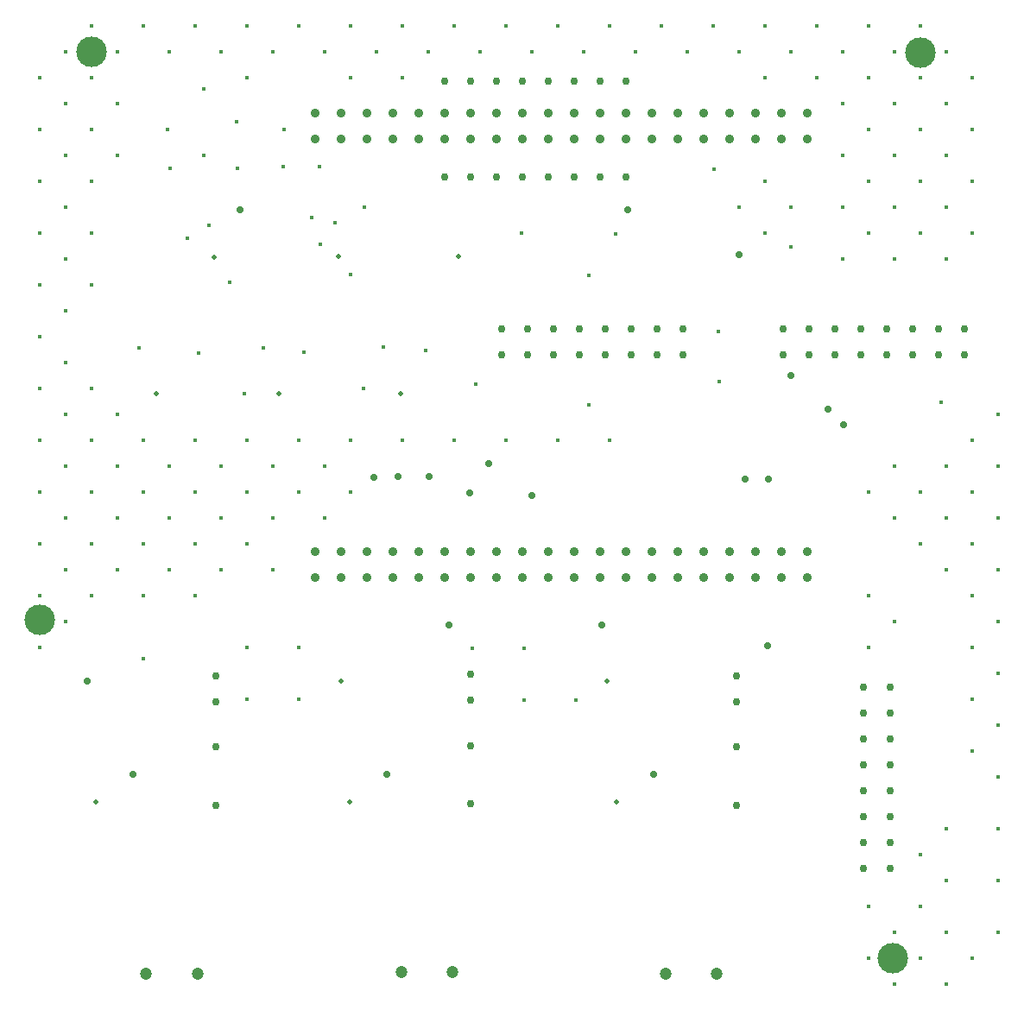
<source format=gbr>
G04 Layer_Color=0*
%FSLAX25Y25*%
%MOIN*%
%TF.FileFunction,Plated,1,2,PTH,Drill*%
%TF.Part,Single*%
G01*
G75*
%TA.AperFunction,ComponentDrill*%
%ADD74C,0.03000*%
%ADD75C,0.03000*%
%ADD76C,0.03543*%
%ADD77C,0.04724*%
%TA.AperFunction,ViaDrill,NotFilled*%
%ADD78C,0.11811*%
%ADD79C,0.02800*%
%ADD80C,0.01575*%
%ADD81C,0.02000*%
D74*
X184500Y313500D02*
D03*
X174500D02*
D03*
X234500D02*
D03*
X224500D02*
D03*
X214500D02*
D03*
X204500D02*
D03*
X194500D02*
D03*
X164500D02*
D03*
X184500Y350500D02*
D03*
X174500D02*
D03*
X234500D02*
D03*
X224500D02*
D03*
X214500D02*
D03*
X204500D02*
D03*
X194500D02*
D03*
X164500D02*
D03*
X295000Y255000D02*
D03*
X325000D02*
D03*
X335000D02*
D03*
X345000D02*
D03*
X355000D02*
D03*
X365000D02*
D03*
X305000D02*
D03*
X315000D02*
D03*
X295000Y245000D02*
D03*
X325000D02*
D03*
X335000D02*
D03*
X345000D02*
D03*
X355000D02*
D03*
X365000D02*
D03*
X305000D02*
D03*
X315000D02*
D03*
X186500Y255000D02*
D03*
X216500D02*
D03*
X226500D02*
D03*
X236500D02*
D03*
X246500D02*
D03*
X256500D02*
D03*
X196500D02*
D03*
X206500D02*
D03*
X186500Y245000D02*
D03*
X216500D02*
D03*
X226500D02*
D03*
X236500D02*
D03*
X246500D02*
D03*
X256500D02*
D03*
X196500D02*
D03*
X206500D02*
D03*
D75*
X326000Y66500D02*
D03*
Y56500D02*
D03*
Y116500D02*
D03*
Y106500D02*
D03*
Y96500D02*
D03*
Y86500D02*
D03*
Y76500D02*
D03*
Y46500D02*
D03*
X336500Y66500D02*
D03*
Y56500D02*
D03*
Y116500D02*
D03*
Y106500D02*
D03*
Y96500D02*
D03*
Y86500D02*
D03*
Y76500D02*
D03*
Y46500D02*
D03*
X174437Y71559D02*
D03*
Y94000D02*
D03*
Y111559D02*
D03*
Y121559D02*
D03*
X76000Y71059D02*
D03*
Y93500D02*
D03*
Y111059D02*
D03*
Y121059D02*
D03*
X277000Y71059D02*
D03*
Y93500D02*
D03*
Y111059D02*
D03*
Y121059D02*
D03*
D76*
X114500Y159000D02*
D03*
X124500D02*
D03*
X134500D02*
D03*
X144500D02*
D03*
X154500D02*
D03*
X164500D02*
D03*
X174500D02*
D03*
X184500D02*
D03*
X194500D02*
D03*
X204500D02*
D03*
X214500D02*
D03*
X224500D02*
D03*
X234500D02*
D03*
X244500D02*
D03*
X254500D02*
D03*
X264500D02*
D03*
X274500D02*
D03*
X284500D02*
D03*
X294500D02*
D03*
X304500D02*
D03*
X114500Y169000D02*
D03*
X124500D02*
D03*
X134500D02*
D03*
X144500D02*
D03*
X154500D02*
D03*
X164500D02*
D03*
X174500D02*
D03*
X184500D02*
D03*
X194500D02*
D03*
X204500D02*
D03*
X214500D02*
D03*
X224500D02*
D03*
X234500D02*
D03*
X244500D02*
D03*
X254500D02*
D03*
X264500D02*
D03*
X274500D02*
D03*
X284500D02*
D03*
X294500D02*
D03*
X304500D02*
D03*
X114500Y328291D02*
D03*
X304500Y338291D02*
D03*
X294500D02*
D03*
X284500D02*
D03*
X274500D02*
D03*
X264500D02*
D03*
X254500D02*
D03*
X244500D02*
D03*
X234500D02*
D03*
X224500D02*
D03*
X214500D02*
D03*
X204500D02*
D03*
X194500D02*
D03*
X184500D02*
D03*
X174500D02*
D03*
X164500D02*
D03*
X154500D02*
D03*
X144500D02*
D03*
X134500D02*
D03*
X124500D02*
D03*
X114500D02*
D03*
X304500Y328291D02*
D03*
X294500D02*
D03*
X284500D02*
D03*
X274500D02*
D03*
X264500D02*
D03*
X254500D02*
D03*
X244500D02*
D03*
X234500D02*
D03*
X224500D02*
D03*
X214500D02*
D03*
X204500D02*
D03*
X194500D02*
D03*
X184500D02*
D03*
X174500D02*
D03*
X164500D02*
D03*
X154500D02*
D03*
X144500D02*
D03*
X134500D02*
D03*
X124500D02*
D03*
D77*
X269342Y6000D02*
D03*
X249658D02*
D03*
X167280Y6500D02*
D03*
X147594D02*
D03*
X68843Y6000D02*
D03*
X49158D02*
D03*
D78*
X337500Y12000D02*
D03*
X348000Y361500D02*
D03*
X28000Y362000D02*
D03*
X8000Y142500D02*
D03*
D79*
X289500Y197000D02*
D03*
X280500D02*
D03*
X174000Y191500D02*
D03*
X146500Y198000D02*
D03*
X137000Y197500D02*
D03*
X158500Y198000D02*
D03*
X318500Y218000D02*
D03*
X312500Y224000D02*
D03*
X298000Y237000D02*
D03*
X181500Y203000D02*
D03*
X198000Y190500D02*
D03*
X44000Y83000D02*
D03*
X142000D02*
D03*
X245000D02*
D03*
X225000Y140500D02*
D03*
X166000D02*
D03*
X26500Y119000D02*
D03*
X289000Y132500D02*
D03*
X235000Y301000D02*
D03*
X85500D02*
D03*
X278000Y283500D02*
D03*
D80*
X48000Y372000D02*
D03*
X38000Y362000D02*
D03*
X28000Y372000D02*
D03*
X18000Y362000D02*
D03*
X58000D02*
D03*
X68000Y372000D02*
D03*
X78000Y362000D02*
D03*
X88000Y372000D02*
D03*
X98000Y362000D02*
D03*
X108000Y372000D02*
D03*
X118000Y362000D02*
D03*
X128000Y372000D02*
D03*
X138000Y362000D02*
D03*
X148000Y372000D02*
D03*
X158000Y362000D02*
D03*
X168000Y372000D02*
D03*
X178000Y362000D02*
D03*
X188000Y372000D02*
D03*
X198000Y362000D02*
D03*
X208000Y372000D02*
D03*
X218000Y362000D02*
D03*
X228000Y372000D02*
D03*
X238000Y362000D02*
D03*
X248000Y372000D02*
D03*
X258000Y362000D02*
D03*
X268000Y372000D02*
D03*
X278000Y362000D02*
D03*
X288000Y372000D02*
D03*
X298000Y362000D02*
D03*
X308000Y372000D02*
D03*
X318000Y362000D02*
D03*
X328000Y372000D02*
D03*
X338000Y362000D02*
D03*
X348000Y372000D02*
D03*
X8000Y352000D02*
D03*
X28000D02*
D03*
X38000Y342000D02*
D03*
X18000D02*
D03*
Y322000D02*
D03*
X38000D02*
D03*
X28000Y332000D02*
D03*
X8000D02*
D03*
X18000Y302000D02*
D03*
X28000Y312000D02*
D03*
X8000D02*
D03*
X18000Y282000D02*
D03*
X28000Y292000D02*
D03*
X8000D02*
D03*
X18000Y262000D02*
D03*
X28000Y272000D02*
D03*
X8000D02*
D03*
X18000Y242000D02*
D03*
X46500Y247500D02*
D03*
X8000Y252000D02*
D03*
X18000Y222000D02*
D03*
X38000D02*
D03*
X28000Y232000D02*
D03*
X8000D02*
D03*
X18000Y202000D02*
D03*
X38000D02*
D03*
X28000Y212000D02*
D03*
X8000D02*
D03*
X48000D02*
D03*
X18000Y182000D02*
D03*
X38000D02*
D03*
X28000Y192000D02*
D03*
X8000D02*
D03*
X48000D02*
D03*
X18000Y162000D02*
D03*
X38000D02*
D03*
X28000Y172000D02*
D03*
X8000D02*
D03*
X48000D02*
D03*
X18000Y142000D02*
D03*
X28000Y152000D02*
D03*
X8000D02*
D03*
X48000D02*
D03*
X8000Y132000D02*
D03*
X78000Y202000D02*
D03*
X73500Y295000D02*
D03*
X68000Y212000D02*
D03*
X102500Y332000D02*
D03*
X122000Y296000D02*
D03*
X157000Y246500D02*
D03*
X133449Y302000D02*
D03*
X102000Y317500D02*
D03*
X65000Y290000D02*
D03*
X148000Y212000D02*
D03*
X87000Y230000D02*
D03*
X81500Y273000D02*
D03*
X88000Y172000D02*
D03*
X68000D02*
D03*
X78000Y162000D02*
D03*
X68000Y192000D02*
D03*
X78000Y182000D02*
D03*
X58000D02*
D03*
Y202000D02*
D03*
X88000Y192000D02*
D03*
X113000Y298000D02*
D03*
X116500Y287500D02*
D03*
X98000Y182000D02*
D03*
X108000Y192000D02*
D03*
X118000Y182000D02*
D03*
X98000Y162000D02*
D03*
X58000D02*
D03*
X68000Y152000D02*
D03*
X88000Y132000D02*
D03*
X108000Y112000D02*
D03*
X88000D02*
D03*
X48000Y127500D02*
D03*
X108000Y132000D02*
D03*
X128000Y192000D02*
D03*
X116000Y317500D02*
D03*
X168000Y212000D02*
D03*
X188000D02*
D03*
X208000D02*
D03*
X228000D02*
D03*
X57500Y332000D02*
D03*
X110000Y246000D02*
D03*
X133000Y232000D02*
D03*
X69500Y245500D02*
D03*
X84000Y335000D02*
D03*
X71500Y322000D02*
D03*
Y347500D02*
D03*
X88000Y352000D02*
D03*
X84500Y317000D02*
D03*
X58500D02*
D03*
X358000Y322000D02*
D03*
X318000D02*
D03*
X338000D02*
D03*
X358000Y342000D02*
D03*
X318000D02*
D03*
X338000D02*
D03*
X348000Y332000D02*
D03*
X328000D02*
D03*
X358000Y282000D02*
D03*
X318000D02*
D03*
X338000D02*
D03*
X358000Y302000D02*
D03*
X318000D02*
D03*
X338000D02*
D03*
X348000Y292000D02*
D03*
X328000D02*
D03*
Y352000D02*
D03*
X348000D02*
D03*
X328000Y312000D02*
D03*
X348000D02*
D03*
X368000Y332000D02*
D03*
Y312000D02*
D03*
X358000Y362000D02*
D03*
X368000Y352000D02*
D03*
X308000D02*
D03*
X288000D02*
D03*
Y312000D02*
D03*
X298000Y302000D02*
D03*
X278000D02*
D03*
X288000Y292000D02*
D03*
X298000Y286500D02*
D03*
X230500Y291500D02*
D03*
X270000Y254000D02*
D03*
X176500Y233500D02*
D03*
X270500Y234500D02*
D03*
X220000Y225500D02*
D03*
X368000Y292000D02*
D03*
Y212000D02*
D03*
X338000Y202000D02*
D03*
X358000D02*
D03*
X356000Y226500D02*
D03*
X348000Y192000D02*
D03*
X328000D02*
D03*
X338000Y182000D02*
D03*
X358000D02*
D03*
X368000Y192000D02*
D03*
X378000Y182000D02*
D03*
X368000Y172000D02*
D03*
X348000D02*
D03*
X378000Y162000D02*
D03*
X358000D02*
D03*
X368000Y152000D02*
D03*
X378000Y142000D02*
D03*
Y202000D02*
D03*
Y222000D02*
D03*
Y122000D02*
D03*
Y102000D02*
D03*
X368000Y132000D02*
D03*
Y112000D02*
D03*
Y92000D02*
D03*
X378000Y82000D02*
D03*
Y62000D02*
D03*
Y42000D02*
D03*
Y22000D02*
D03*
X348000Y32000D02*
D03*
X358000Y42000D02*
D03*
X348000Y52000D02*
D03*
X358000Y62000D02*
D03*
X328000Y12000D02*
D03*
X338000Y22000D02*
D03*
X328000Y32000D02*
D03*
X358000Y2000D02*
D03*
X348000Y12000D02*
D03*
X338000Y2000D02*
D03*
X368000Y12000D02*
D03*
X358000Y22000D02*
D03*
X215000Y111500D02*
D03*
X195000D02*
D03*
Y131500D02*
D03*
X175000D02*
D03*
X328000Y152000D02*
D03*
Y132000D02*
D03*
X338000Y142000D02*
D03*
X148000Y352000D02*
D03*
X128000D02*
D03*
X268500Y316500D02*
D03*
X94500Y247500D02*
D03*
X140772Y248000D02*
D03*
X128000Y276000D02*
D03*
X108000Y212000D02*
D03*
X98000Y202000D02*
D03*
X88000Y212000D02*
D03*
X128000D02*
D03*
X118000Y202000D02*
D03*
X220000Y275500D02*
D03*
X194000Y292000D02*
D03*
D81*
X29760Y72260D02*
D03*
X127760D02*
D03*
X230760D02*
D03*
X227000Y119000D02*
D03*
X124500D02*
D03*
X75500Y282500D02*
D03*
X169772Y283000D02*
D03*
X147437Y230063D02*
D03*
X100437D02*
D03*
X52937D02*
D03*
X123500Y283000D02*
D03*
%TF.MD5,247ee40d2ce74c4bda7d55ef0d7e0daa*%
M02*

</source>
